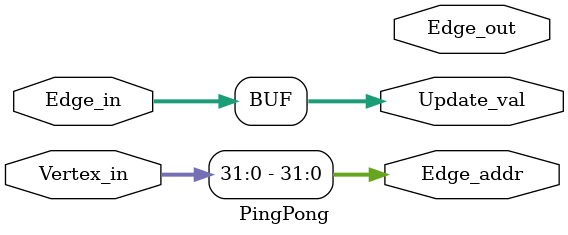
<source format=v>
module PingPong #(
parameter VERTEX_WIDTH = 64,
parameter EDGE_WIDTH = 32,
parameter EDGE_ADDRESS = 32,
parameter OUTPUT_WIDTH = 32
)(
input [VERTEX_WIDTH-1:0] 	Vertex_in,
input [EDGE_WIDTH-1:0] 		Edge_in,
output reg [EDGE_ADDRESS-1:0]	Edge_addr,
output reg [EDGE_WIDTH-1:0] 	Edge_out,
output reg [OUTPUT_WIDTH-1:0]	Update_val
);


always @(Vertex_in)begin
	// Check the edges associated with a particular input vertex
	Edge_addr <= Vertex_in[(VERTEX_WIDTH/2)-1:0];
	// TODO Sum on edge values associated with this vertex
	Update_val <= Edge_in;
end


endmodule

</source>
